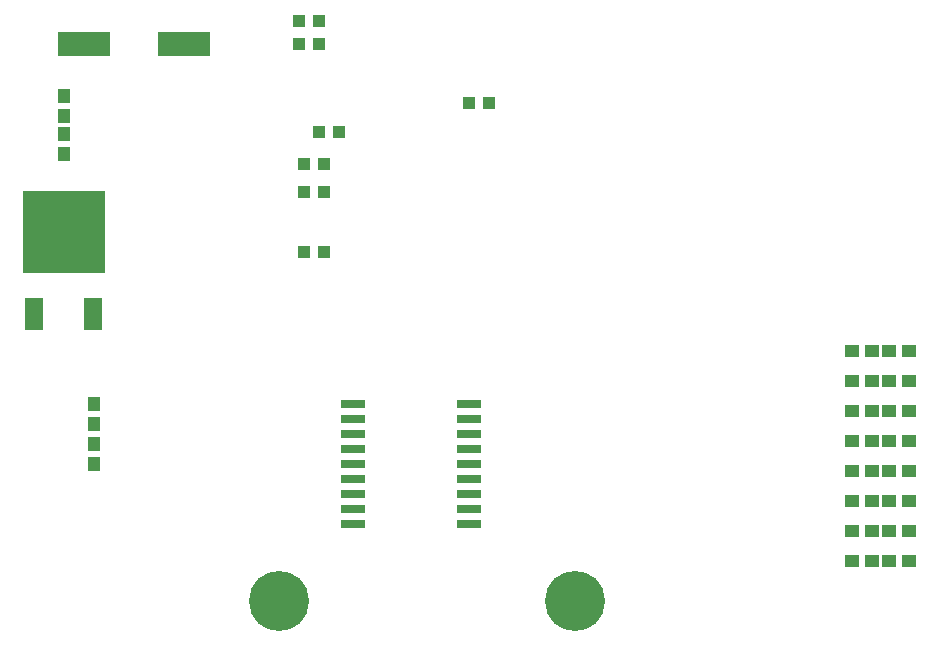
<source format=gtp>
G04 MADE WITH FRITZING*
G04 WWW.FRITZING.ORG*
G04 DOUBLE SIDED*
G04 HOLES PLATED*
G04 CONTOUR ON CENTER OF CONTOUR VECTOR*
%ASAXBY*%
%FSLAX23Y23*%
%MOIN*%
%OFA0B0*%
%SFA1.0B1.0*%
%ADD10C,0.200000*%
%ADD11R,0.043307X0.047244*%
%ADD12R,0.043307X0.039370*%
%ADD13R,0.047244X0.043307*%
%ADD14R,0.080000X0.026000*%
%ADD15R,0.177165X0.078740*%
%ADD16R,0.275591X0.275591*%
%ADD17R,0.059055X0.106299*%
%LNPASTEMASK1*%
G90*
G70*
G54D10*
X1950Y261D03*
X966Y261D03*
X1950Y261D03*
X966Y261D03*
G54D11*
X349Y850D03*
X349Y917D03*
X349Y717D03*
X349Y784D03*
G54D12*
X1049Y1717D03*
X1116Y1717D03*
X1047Y1624D03*
X1114Y1624D03*
X1047Y1424D03*
X1114Y1424D03*
X1097Y1824D03*
X1164Y1824D03*
X1598Y1921D03*
X1665Y1921D03*
G54D13*
X2999Y392D03*
X3066Y392D03*
X2999Y492D03*
X3066Y492D03*
X2999Y592D03*
X3066Y592D03*
X2999Y692D03*
X3066Y692D03*
X2999Y792D03*
X3066Y792D03*
X2999Y892D03*
X3066Y892D03*
X2999Y992D03*
X3066Y992D03*
G54D11*
X249Y1750D03*
X249Y1817D03*
G54D13*
X2999Y1092D03*
X3066Y1092D03*
X2874Y392D03*
X2941Y392D03*
X2874Y492D03*
X2941Y492D03*
X2874Y592D03*
X2941Y592D03*
X2874Y692D03*
X2941Y692D03*
X2874Y792D03*
X2941Y792D03*
X2874Y892D03*
X2941Y892D03*
X2874Y992D03*
X2941Y992D03*
G54D11*
X249Y1875D03*
X249Y1942D03*
G54D13*
X2874Y1092D03*
X2941Y1092D03*
G54D14*
X1213Y917D03*
X1213Y867D03*
X1213Y817D03*
X1213Y767D03*
X1213Y717D03*
X1213Y667D03*
X1213Y617D03*
X1213Y567D03*
X1599Y567D03*
X1599Y617D03*
X1599Y667D03*
X1599Y717D03*
X1599Y767D03*
X1599Y817D03*
X1599Y867D03*
X1599Y917D03*
X1213Y517D03*
X1599Y517D03*
G54D15*
X314Y2117D03*
X649Y2117D03*
G54D16*
X247Y1490D03*
G54D17*
X346Y1217D03*
X149Y1217D03*
G54D12*
X1099Y2192D03*
X1032Y2192D03*
X1099Y2117D03*
X1032Y2117D03*
G04 End of PasteMask1*
M02*
</source>
